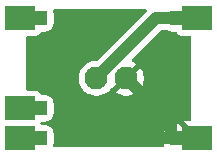
<source format=gbr>
%TF.GenerationSoftware,KiCad,Pcbnew,9.0.1+dfsg-1*%
%TF.CreationDate,2025-05-01T10:58:03+02:00*%
%TF.ProjectId,battery-connector,62617474-6572-4792-9d63-6f6e6e656374,rev?*%
%TF.SameCoordinates,Original*%
%TF.FileFunction,Copper,L1,Top*%
%TF.FilePolarity,Positive*%
%FSLAX46Y46*%
G04 Gerber Fmt 4.6, Leading zero omitted, Abs format (unit mm)*
G04 Created by KiCad (PCBNEW 9.0.1+dfsg-1) date 2025-05-01 10:58:03*
%MOMM*%
%LPD*%
G01*
G04 APERTURE LIST*
G04 Aperture macros list*
%AMRoundRect*
0 Rectangle with rounded corners*
0 $1 Rounding radius*
0 $2 $3 $4 $5 $6 $7 $8 $9 X,Y pos of 4 corners*
0 Add a 4 corners polygon primitive as box body*
4,1,4,$2,$3,$4,$5,$6,$7,$8,$9,$2,$3,0*
0 Add four circle primitives for the rounded corners*
1,1,$1+$1,$2,$3*
1,1,$1+$1,$4,$5*
1,1,$1+$1,$6,$7*
1,1,$1+$1,$8,$9*
0 Add four rect primitives between the rounded corners*
20,1,$1+$1,$2,$3,$4,$5,0*
20,1,$1+$1,$4,$5,$6,$7,0*
20,1,$1+$1,$6,$7,$8,$9,0*
20,1,$1+$1,$8,$9,$2,$3,0*%
G04 Aperture macros list end*
%TA.AperFunction,ComponentPad*%
%ADD10C,1.950000*%
%TD*%
%TA.AperFunction,CastellatedPad*%
%ADD11R,2.540000X2.000000*%
%TD*%
%TA.AperFunction,ComponentPad*%
%ADD12RoundRect,0.250000X-0.375000X-0.375000X0.375000X-0.375000X0.375000X0.375000X-0.375000X0.375000X0*%
%TD*%
%TA.AperFunction,Conductor*%
%ADD13C,1.000000*%
%TD*%
G04 APERTURE END LIST*
D10*
%TO.P,J1,1*%
%TO.N,VBAT_+*%
X66802000Y-60960000D03*
%TO.P,J1,2*%
%TO.N,VBAT_-*%
X69342000Y-60960000D03*
%TD*%
D11*
%TO.P,M1,1*%
%TO.N,VBAT_+*%
X75352000Y-55880000D03*
D12*
X73652000Y-55880000D03*
D11*
%TO.P,M1,5,GND*%
%TO.N,VBAT_-*%
X75352000Y-66040000D03*
D12*
X73652000Y-66040000D03*
%TO.P,M1,6*%
%TO.N,unconnected-(M1-Pad6)*%
X62052000Y-55880000D03*
D11*
X60352000Y-55880000D03*
D12*
%TO.P,M1,9*%
%TO.N,unconnected-(M1-Pad9)*%
X62052000Y-63500000D03*
D11*
X60352000Y-63500000D03*
D12*
%TO.P,M1,10*%
%TO.N,unconnected-(M1-Pad10)*%
X62052000Y-66040000D03*
D11*
X60352000Y-66040000D03*
%TD*%
D13*
%TO.N,VBAT_+*%
X73152000Y-55880000D02*
X71882000Y-55880000D01*
X71882000Y-55880000D02*
X66802000Y-60960000D01*
%TO.N,VBAT_-*%
X73152000Y-66040000D02*
X73152000Y-64770000D01*
X73152000Y-64770000D02*
X69342000Y-60960000D01*
X73152000Y-66040000D02*
X71120000Y-66040000D01*
%TD*%
%TA.AperFunction,Conductor*%
%TO.N,VBAT_-*%
G36*
X71004256Y-55130185D02*
G01*
X71050011Y-55182989D01*
X71059955Y-55252147D01*
X71030930Y-55315703D01*
X71024898Y-55322181D01*
X66898899Y-59448181D01*
X66837576Y-59481666D01*
X66811218Y-59484500D01*
X66685871Y-59484500D01*
X66456485Y-59520831D01*
X66235599Y-59592601D01*
X66028668Y-59698039D01*
X65840773Y-59834553D01*
X65676553Y-59998773D01*
X65540039Y-60186668D01*
X65434601Y-60393599D01*
X65362831Y-60614485D01*
X65326500Y-60843870D01*
X65326500Y-61076129D01*
X65362831Y-61305514D01*
X65434601Y-61526400D01*
X65539907Y-61733071D01*
X65540039Y-61733331D01*
X65676551Y-61921224D01*
X65840776Y-62085449D01*
X66028669Y-62221961D01*
X66098740Y-62257664D01*
X66235599Y-62327398D01*
X66235601Y-62327398D01*
X66235604Y-62327400D01*
X66456486Y-62399169D01*
X66574668Y-62417886D01*
X66685871Y-62435500D01*
X66685876Y-62435500D01*
X66918129Y-62435500D01*
X67019502Y-62419443D01*
X67147514Y-62399169D01*
X67368396Y-62327400D01*
X67575331Y-62221961D01*
X67763224Y-62085449D01*
X67927449Y-61921224D01*
X67973588Y-61857718D01*
X68028915Y-61815055D01*
X68083634Y-61806988D01*
X68137238Y-61811207D01*
X68740958Y-61207487D01*
X68765978Y-61267890D01*
X68837112Y-61374351D01*
X68927649Y-61464888D01*
X69034110Y-61536022D01*
X69094510Y-61561041D01*
X68490791Y-62164759D01*
X68490791Y-62164760D01*
X68568935Y-62221534D01*
X68775794Y-62326934D01*
X68996606Y-62398681D01*
X69225910Y-62435000D01*
X69458090Y-62435000D01*
X69687393Y-62398681D01*
X69908205Y-62326934D01*
X70115071Y-62221530D01*
X70193207Y-62164762D01*
X70193208Y-62164760D01*
X69589488Y-61561041D01*
X69649890Y-61536022D01*
X69756351Y-61464888D01*
X69846888Y-61374351D01*
X69918022Y-61267890D01*
X69943041Y-61207489D01*
X70546760Y-61811208D01*
X70546762Y-61811207D01*
X70603530Y-61733071D01*
X70708934Y-61526205D01*
X70780681Y-61305393D01*
X70817000Y-61076090D01*
X70817000Y-60843909D01*
X70780681Y-60614606D01*
X70708934Y-60393794D01*
X70603534Y-60186935D01*
X70546760Y-60108791D01*
X70546759Y-60108791D01*
X69943041Y-60712510D01*
X69918022Y-60652110D01*
X69846888Y-60545649D01*
X69756351Y-60455112D01*
X69649890Y-60383978D01*
X69589487Y-60358958D01*
X70193207Y-59755238D01*
X70115064Y-59698465D01*
X69908205Y-59593065D01*
X69855842Y-59576051D01*
X69798166Y-59536613D01*
X69770968Y-59472255D01*
X69782883Y-59403408D01*
X69806473Y-59370446D01*
X72260101Y-56916819D01*
X72321424Y-56883334D01*
X72347782Y-56880500D01*
X72826336Y-56880500D01*
X72891432Y-56898961D01*
X72957659Y-56939810D01*
X72957660Y-56939810D01*
X72957666Y-56939814D01*
X73124203Y-56994999D01*
X73226991Y-57005500D01*
X73508533Y-57005499D01*
X73575572Y-57025183D01*
X73621327Y-57077987D01*
X73624714Y-57086164D01*
X73638204Y-57122332D01*
X73638205Y-57122334D01*
X73724452Y-57237544D01*
X73724455Y-57237547D01*
X73839664Y-57323793D01*
X73839671Y-57323797D01*
X73974517Y-57374091D01*
X73974516Y-57374091D01*
X73981444Y-57374835D01*
X74034127Y-57380500D01*
X74727500Y-57380499D01*
X74794539Y-57400183D01*
X74840294Y-57452987D01*
X74851500Y-57504499D01*
X74851500Y-64416000D01*
X74831815Y-64483039D01*
X74779011Y-64528794D01*
X74727500Y-64540000D01*
X74205551Y-64540000D01*
X74815181Y-65149629D01*
X74848666Y-65210952D01*
X74851500Y-65237310D01*
X74851500Y-65331966D01*
X74746742Y-65375359D01*
X74623903Y-65457437D01*
X74519894Y-65561445D01*
X73689041Y-64730592D01*
X73638647Y-64797910D01*
X73625061Y-64834335D01*
X73583189Y-64890268D01*
X73517724Y-64914684D01*
X73508880Y-64915000D01*
X73227029Y-64915000D01*
X73227012Y-64915001D01*
X73124302Y-64925494D01*
X72957878Y-64980642D01*
X72957873Y-64980644D01*
X72950651Y-64985098D01*
X72950650Y-64985099D01*
X73630551Y-65665000D01*
X73602630Y-65665000D01*
X73507255Y-65690556D01*
X73421745Y-65739925D01*
X73351925Y-65809745D01*
X73302556Y-65895255D01*
X73277000Y-65990630D01*
X73277000Y-66018551D01*
X72597099Y-65338650D01*
X72597098Y-65338651D01*
X72592644Y-65345873D01*
X72592642Y-65345877D01*
X72537494Y-65512302D01*
X72537493Y-65512309D01*
X72527000Y-65615013D01*
X72527000Y-66464971D01*
X72527001Y-66464987D01*
X72537493Y-66567695D01*
X72563606Y-66646495D01*
X72566008Y-66716324D01*
X72530277Y-66776366D01*
X72467756Y-66807559D01*
X72445900Y-66809500D01*
X63258626Y-66809500D01*
X63191587Y-66789815D01*
X63145832Y-66737011D01*
X63135888Y-66667853D01*
X63140918Y-66646503D01*
X63166999Y-66567797D01*
X63177500Y-66465009D01*
X63177499Y-65614992D01*
X63166999Y-65512203D01*
X63111814Y-65345666D01*
X63019712Y-65196344D01*
X62895656Y-65072288D01*
X62765694Y-64992127D01*
X62746336Y-64980187D01*
X62746331Y-64980185D01*
X62744862Y-64979698D01*
X62579797Y-64925001D01*
X62579795Y-64925000D01*
X62477016Y-64914500D01*
X62477009Y-64914500D01*
X62195466Y-64914500D01*
X62174220Y-64908261D01*
X62152132Y-64906682D01*
X62141348Y-64898609D01*
X62128427Y-64894815D01*
X62113927Y-64878081D01*
X62096199Y-64864810D01*
X62085585Y-64845373D01*
X62082672Y-64842011D01*
X62079284Y-64833833D01*
X62071638Y-64813333D01*
X62066654Y-64743641D01*
X62071639Y-64726664D01*
X62079286Y-64706163D01*
X62121159Y-64650230D01*
X62186624Y-64625815D01*
X62195467Y-64625499D01*
X62477002Y-64625499D01*
X62477008Y-64625499D01*
X62579797Y-64614999D01*
X62746334Y-64559814D01*
X62895656Y-64467712D01*
X63019712Y-64343656D01*
X63111814Y-64194334D01*
X63166999Y-64027797D01*
X63177500Y-63925009D01*
X63177499Y-63074992D01*
X63166999Y-62972203D01*
X63111814Y-62805666D01*
X63019712Y-62656344D01*
X62895656Y-62532288D01*
X62746334Y-62440186D01*
X62579797Y-62385001D01*
X62579795Y-62385000D01*
X62477016Y-62374500D01*
X62477009Y-62374500D01*
X62195467Y-62374500D01*
X62128428Y-62354815D01*
X62082673Y-62302011D01*
X62079285Y-62293834D01*
X62065796Y-62257669D01*
X62065793Y-62257664D01*
X61979547Y-62142455D01*
X61979544Y-62142452D01*
X61864335Y-62056206D01*
X61864328Y-62056202D01*
X61729482Y-62005908D01*
X61729483Y-62005908D01*
X61669883Y-61999501D01*
X61669881Y-61999500D01*
X61669873Y-61999500D01*
X61669865Y-61999500D01*
X60976500Y-61999500D01*
X60909461Y-61979815D01*
X60863706Y-61927011D01*
X60852500Y-61875500D01*
X60852500Y-57504499D01*
X60872185Y-57437460D01*
X60924989Y-57391705D01*
X60976500Y-57380499D01*
X61669871Y-57380499D01*
X61669872Y-57380499D01*
X61729483Y-57374091D01*
X61864331Y-57323796D01*
X61979546Y-57237546D01*
X62065796Y-57122331D01*
X62079285Y-57086166D01*
X62121156Y-57030232D01*
X62186620Y-57005815D01*
X62195467Y-57005499D01*
X62477002Y-57005499D01*
X62477008Y-57005499D01*
X62579797Y-56994999D01*
X62746334Y-56939814D01*
X62895656Y-56847712D01*
X63019712Y-56723656D01*
X63111814Y-56574334D01*
X63166999Y-56407797D01*
X63177500Y-56305009D01*
X63177499Y-55454992D01*
X63166999Y-55352203D01*
X63140921Y-55273504D01*
X63138519Y-55203676D01*
X63174251Y-55143634D01*
X63236771Y-55112441D01*
X63258627Y-55110500D01*
X70937217Y-55110500D01*
X71004256Y-55130185D01*
G37*
%TD.AperFunction*%
%TD*%
M02*

</source>
